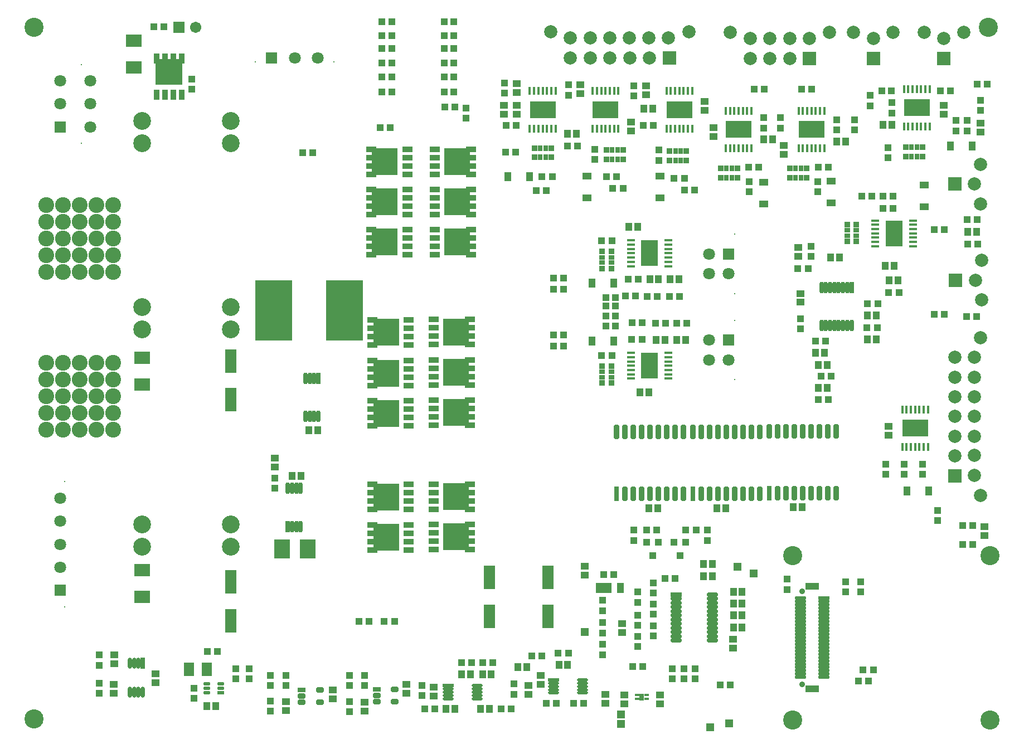
<source format=gts>
G04*
G04 #@! TF.GenerationSoftware,Altium Limited,Altium Designer,19.1.7 (138)*
G04*
G04 Layer_Color=8388736*
%FSLAX25Y25*%
%MOIN*%
G70*
G01*
G75*
%ADD24R,0.05158X0.01772*%
%ADD27R,0.01772X0.05158*%
%ADD64R,0.04143X0.04537*%
%ADD65R,0.04147X0.04147*%
%ADD66R,0.06902X0.14383*%
%ADD67R,0.04737X0.04737*%
%ADD68R,0.04537X0.04143*%
%ADD69R,0.04147X0.04147*%
%ADD70R,0.03950X0.03950*%
%ADD71R,0.10433X0.15748*%
G04:AMPARAMS|DCode=72|XSize=31.62mil|YSize=86.74mil|CornerRadius=9.91mil|HoleSize=0mil|Usage=FLASHONLY|Rotation=0.000|XOffset=0mil|YOffset=0mil|HoleType=Round|Shape=RoundedRectangle|*
%AMROUNDEDRECTD72*
21,1,0.03162,0.06693,0,0,0.0*
21,1,0.01181,0.08674,0,0,0.0*
1,1,0.01981,0.00591,-0.03347*
1,1,0.01981,-0.00591,-0.03347*
1,1,0.01981,-0.00591,0.03347*
1,1,0.01981,0.00591,0.03347*
%
%ADD72ROUNDEDRECTD72*%
%ADD73R,0.03162X0.08674*%
%ADD74R,0.15748X0.10433*%
%ADD75R,0.04383X0.05603*%
%ADD76R,0.05603X0.04383*%
%ADD77R,0.03320X0.03556*%
%ADD78R,0.02769X0.03556*%
%ADD79R,0.03556X0.03320*%
%ADD80R,0.03556X0.02769*%
%ADD81R,0.07887X0.03950*%
%ADD82R,0.07099X0.01981*%
%ADD83O,0.07099X0.01981*%
G04:AMPARAMS|DCode=84|XSize=25.72mil|YSize=67.06mil|CornerRadius=8.43mil|HoleSize=0mil|Usage=FLASHONLY|Rotation=180.000|XOffset=0mil|YOffset=0mil|HoleType=Round|Shape=RoundedRectangle|*
%AMROUNDEDRECTD84*
21,1,0.02572,0.05020,0,0,180.0*
21,1,0.00886,0.06706,0,0,180.0*
1,1,0.01686,-0.00443,0.02510*
1,1,0.01686,0.00443,0.02510*
1,1,0.01686,0.00443,-0.02510*
1,1,0.01686,-0.00443,-0.02510*
%
%ADD84ROUNDEDRECTD84*%
%ADD85R,0.02572X0.06706*%
%ADD86R,0.16194X0.15564*%
%ADD87R,0.03202X0.06391*%
%ADD88O,0.06509X0.01981*%
%ADD89R,0.06509X0.01981*%
%ADD90R,0.02769X0.04186*%
%ADD91R,0.02769X0.01784*%
%ADD92R,0.04737X0.03162*%
G04:AMPARAMS|DCode=93|XSize=31.62mil|YSize=47.37mil|CornerRadius=9.91mil|HoleSize=0mil|Usage=FLASHONLY|Rotation=90.000|XOffset=0mil|YOffset=0mil|HoleType=Round|Shape=RoundedRectangle|*
%AMROUNDEDRECTD93*
21,1,0.03162,0.02756,0,0,90.0*
21,1,0.01181,0.04737,0,0,90.0*
1,1,0.01981,0.01378,0.00591*
1,1,0.01981,0.01378,-0.00591*
1,1,0.01981,-0.01378,-0.00591*
1,1,0.01981,-0.01378,0.00591*
%
%ADD93ROUNDEDRECTD93*%
G04:AMPARAMS|DCode=94|XSize=19.81mil|YSize=41.47mil|CornerRadius=6.95mil|HoleSize=0mil|Usage=FLASHONLY|Rotation=90.000|XOffset=0mil|YOffset=0mil|HoleType=Round|Shape=RoundedRectangle|*
%AMROUNDEDRECTD94*
21,1,0.01981,0.02756,0,0,90.0*
21,1,0.00591,0.04147,0,0,90.0*
1,1,0.01391,0.01378,0.00295*
1,1,0.01391,0.01378,-0.00295*
1,1,0.01391,-0.01378,-0.00295*
1,1,0.01391,-0.01378,0.00295*
%
%ADD94ROUNDEDRECTD94*%
%ADD95R,0.04147X0.01981*%
%ADD96R,0.06312X0.07887*%
%ADD97R,0.09300X0.07800*%
G04:AMPARAMS|DCode=98|XSize=67.06mil|YSize=25.72mil|CornerRadius=8.43mil|HoleSize=0mil|Usage=FLASHONLY|Rotation=270.000|XOffset=0mil|YOffset=0mil|HoleType=Round|Shape=RoundedRectangle|*
%AMROUNDEDRECTD98*
21,1,0.06706,0.00886,0,0,270.0*
21,1,0.05020,0.02572,0,0,270.0*
1,1,0.01686,-0.00443,-0.02510*
1,1,0.01686,-0.00443,0.02510*
1,1,0.01686,0.00443,0.02510*
1,1,0.01686,0.00443,-0.02510*
%
%ADD98ROUNDEDRECTD98*%
%ADD99R,0.02572X0.06706*%
%ADD100R,0.15564X0.16194*%
%ADD101R,0.06391X0.03202*%
%ADD102R,0.09461X0.06312*%
%ADD103R,0.04343X0.06312*%
%ADD104R,0.03950X0.04343*%
G04:AMPARAMS|DCode=105|XSize=25.72mil|YSize=65.09mil|CornerRadius=8.43mil|HoleSize=0mil|Usage=FLASHONLY|Rotation=90.000|XOffset=0mil|YOffset=0mil|HoleType=Round|Shape=RoundedRectangle|*
%AMROUNDEDRECTD105*
21,1,0.02572,0.04823,0,0,90.0*
21,1,0.00886,0.06509,0,0,90.0*
1,1,0.01686,0.02411,0.00443*
1,1,0.01686,0.02411,-0.00443*
1,1,0.01686,-0.02411,-0.00443*
1,1,0.01686,-0.02411,0.00443*
%
%ADD105ROUNDEDRECTD105*%
%ADD106R,0.06509X0.02572*%
%ADD107R,0.09265X0.11824*%
%ADD108O,0.02572X0.06509*%
%ADD109R,0.02572X0.06509*%
%ADD110R,0.22257X0.36233*%
%ADD111R,0.07887X0.07887*%
%ADD112C,0.07887*%
%ADD113C,0.00800*%
%ADD114C,0.07099*%
%ADD115R,0.07099X0.07099*%
%ADD116C,0.06706*%
%ADD117R,0.06706X0.06706*%
%ADD118C,0.11430*%
%ADD119C,0.09461*%
%ADD120R,0.07099X0.07099*%
%ADD121R,0.07887X0.07887*%
%ADD122C,0.03556*%
%ADD123C,0.10642*%
D24*
X366732Y295866D02*
D03*
Y293307D02*
D03*
Y290748D02*
D03*
Y288189D02*
D03*
Y285630D02*
D03*
Y283071D02*
D03*
Y280512D02*
D03*
X389173D02*
D03*
Y283071D02*
D03*
Y285630D02*
D03*
Y288189D02*
D03*
Y290748D02*
D03*
Y293307D02*
D03*
Y295866D02*
D03*
Y228543D02*
D03*
Y225984D02*
D03*
Y223425D02*
D03*
Y220866D02*
D03*
Y218307D02*
D03*
Y215748D02*
D03*
Y213189D02*
D03*
X366732D02*
D03*
Y215748D02*
D03*
Y218307D02*
D03*
Y220866D02*
D03*
Y223425D02*
D03*
Y225984D02*
D03*
Y228543D02*
D03*
X535391Y307759D02*
D03*
Y305200D02*
D03*
Y302641D02*
D03*
Y300082D02*
D03*
Y297523D02*
D03*
Y294964D02*
D03*
Y292405D02*
D03*
X512950D02*
D03*
Y294964D02*
D03*
Y297523D02*
D03*
Y300082D02*
D03*
Y302641D02*
D03*
Y305200D02*
D03*
Y307759D02*
D03*
D27*
X423540Y373425D02*
D03*
X426099D02*
D03*
X428658D02*
D03*
X431217D02*
D03*
X433777D02*
D03*
X436336D02*
D03*
X438895D02*
D03*
Y350984D02*
D03*
X436336D02*
D03*
X433777D02*
D03*
X431217D02*
D03*
X428658D02*
D03*
X426099D02*
D03*
X423540D02*
D03*
X467126Y373425D02*
D03*
X469685D02*
D03*
X472244D02*
D03*
X474803D02*
D03*
X477362D02*
D03*
X479921D02*
D03*
X482480D02*
D03*
Y350984D02*
D03*
X479921D02*
D03*
X477362D02*
D03*
X474803D02*
D03*
X472244D02*
D03*
X469685D02*
D03*
X467126D02*
D03*
X306381Y385236D02*
D03*
X308940D02*
D03*
X311499D02*
D03*
X314058D02*
D03*
X316617D02*
D03*
X319176D02*
D03*
X321735D02*
D03*
Y362795D02*
D03*
X319176D02*
D03*
X316617D02*
D03*
X314058D02*
D03*
X311499D02*
D03*
X308940D02*
D03*
X306381D02*
D03*
X344013Y385236D02*
D03*
X346572D02*
D03*
X349131D02*
D03*
X351690D02*
D03*
X354249D02*
D03*
X356808D02*
D03*
X359367D02*
D03*
Y362795D02*
D03*
X356808D02*
D03*
X354249D02*
D03*
X351690D02*
D03*
X349131D02*
D03*
X346572D02*
D03*
X344013D02*
D03*
X388107Y385236D02*
D03*
X390666D02*
D03*
X393225D02*
D03*
X395784D02*
D03*
X398343D02*
D03*
X400903D02*
D03*
X403462D02*
D03*
Y362795D02*
D03*
X400903D02*
D03*
X398343D02*
D03*
X395784D02*
D03*
X393225D02*
D03*
X390666D02*
D03*
X388107D02*
D03*
X530135Y386417D02*
D03*
X532694D02*
D03*
X535253D02*
D03*
X537812D02*
D03*
X540371D02*
D03*
X542930D02*
D03*
X545489D02*
D03*
Y363976D02*
D03*
X542930D02*
D03*
X540371D02*
D03*
X537812D02*
D03*
X535253D02*
D03*
X532694D02*
D03*
X530135D02*
D03*
X529060Y172350D02*
D03*
X531619D02*
D03*
X534178D02*
D03*
X536737D02*
D03*
X539296D02*
D03*
X541855D02*
D03*
X544414D02*
D03*
Y194791D02*
D03*
X541855D02*
D03*
X539296D02*
D03*
X536737D02*
D03*
X534178D02*
D03*
X531619D02*
D03*
X529060D02*
D03*
D64*
X365453Y303937D02*
D03*
X370768D02*
D03*
X469193Y136221D02*
D03*
X463878D02*
D03*
X518996Y280709D02*
D03*
X524311D02*
D03*
X526673Y272047D02*
D03*
X521358D02*
D03*
X372146Y205118D02*
D03*
X377461D02*
D03*
X568209Y301181D02*
D03*
X573524D02*
D03*
X517520Y364941D02*
D03*
X522835D02*
D03*
X495177Y355101D02*
D03*
X489862D02*
D03*
X451460Y356282D02*
D03*
X446145D02*
D03*
X379823Y374803D02*
D03*
X374508D02*
D03*
X328839Y359842D02*
D03*
X334154D02*
D03*
X381988Y236221D02*
D03*
X387303D02*
D03*
X399508D02*
D03*
X394193D02*
D03*
X395571Y272835D02*
D03*
X390256D02*
D03*
X378051D02*
D03*
X383366D02*
D03*
X418209Y135827D02*
D03*
X423524D02*
D03*
X382972D02*
D03*
X377658D02*
D03*
X513681Y250951D02*
D03*
X508366D02*
D03*
X513681Y236794D02*
D03*
X508366D02*
D03*
X478839Y221507D02*
D03*
X484154D02*
D03*
X478839Y207694D02*
D03*
X484154D02*
D03*
X477264Y228610D02*
D03*
X482579D02*
D03*
X491388Y285679D02*
D03*
X486073D02*
D03*
X299311Y40551D02*
D03*
X304626D02*
D03*
X329035Y42126D02*
D03*
X323721D02*
D03*
X282292Y15641D02*
D03*
X276977D02*
D03*
X256074Y15686D02*
D03*
X261389D02*
D03*
X278051Y36220D02*
D03*
X283366D02*
D03*
X265453D02*
D03*
X270768D02*
D03*
X174114Y182283D02*
D03*
X179429D02*
D03*
X433366Y71536D02*
D03*
X428051D02*
D03*
X433366Y64190D02*
D03*
X428051D02*
D03*
X433366Y78640D02*
D03*
X428051D02*
D03*
X433366Y85743D02*
D03*
X428051D02*
D03*
X410335Y102212D02*
D03*
X415650D02*
D03*
X164272Y155043D02*
D03*
X169587D02*
D03*
X118602Y17520D02*
D03*
X113287D02*
D03*
X410335Y95108D02*
D03*
X415650D02*
D03*
D65*
X87505Y423622D02*
D03*
X81403D02*
D03*
X573721Y389370D02*
D03*
X579823D02*
D03*
X170571Y348425D02*
D03*
X176673D02*
D03*
X225394Y68110D02*
D03*
X219291D02*
D03*
X210236D02*
D03*
X204134D02*
D03*
X222835Y363386D02*
D03*
X216732D02*
D03*
X426378Y29921D02*
D03*
X420276D02*
D03*
X565059Y114173D02*
D03*
X571161D02*
D03*
X520965Y264567D02*
D03*
X527067D02*
D03*
X567421Y250394D02*
D03*
X573524D02*
D03*
X568209Y293701D02*
D03*
X574311D02*
D03*
X573917Y308498D02*
D03*
X567815D02*
D03*
X223917Y418504D02*
D03*
X217815D02*
D03*
X224016Y426811D02*
D03*
X217913D02*
D03*
X374114Y364567D02*
D03*
X380217D02*
D03*
X223819Y410669D02*
D03*
X217717D02*
D03*
X223819Y401968D02*
D03*
X217717D02*
D03*
X334941Y352362D02*
D03*
X328839D02*
D03*
X223819Y393701D02*
D03*
X217717D02*
D03*
X223917Y384646D02*
D03*
X217815D02*
D03*
X394193Y246457D02*
D03*
X400295D02*
D03*
X387680D02*
D03*
X381578D02*
D03*
X326673Y232677D02*
D03*
X320571D02*
D03*
X326673Y239387D02*
D03*
X320571D02*
D03*
X326673Y273245D02*
D03*
X320571D02*
D03*
X389862Y262205D02*
D03*
X395965D02*
D03*
X382579D02*
D03*
X376476D02*
D03*
X326673Y266535D02*
D03*
X320571D02*
D03*
X298327Y364567D02*
D03*
X292224D02*
D03*
X316339Y325590D02*
D03*
X310236D02*
D03*
X356004Y327165D02*
D03*
X362106D02*
D03*
X398917Y325984D02*
D03*
X405020D02*
D03*
X392618Y333071D02*
D03*
X398721D02*
D03*
X352067Y334055D02*
D03*
X358169D02*
D03*
X313664D02*
D03*
X319767D02*
D03*
X291831Y348819D02*
D03*
X297933D02*
D03*
X508366Y257857D02*
D03*
X514468D02*
D03*
X507972Y243701D02*
D03*
X514075D02*
D03*
X511811Y38993D02*
D03*
X505709D02*
D03*
X508957Y32283D02*
D03*
X502854D02*
D03*
X486516Y214600D02*
D03*
X480413D02*
D03*
X504806Y322441D02*
D03*
X510909D02*
D03*
X517421Y322441D02*
D03*
X523524D02*
D03*
Y314961D02*
D03*
X517421D02*
D03*
X484941Y200787D02*
D03*
X478839D02*
D03*
X483366Y235827D02*
D03*
X477264D02*
D03*
X478839Y339788D02*
D03*
X484941D02*
D03*
X349311Y227165D02*
D03*
X355413D02*
D03*
X437106Y339764D02*
D03*
X443209D02*
D03*
X349311Y295703D02*
D03*
X355413D02*
D03*
X472736Y279134D02*
D03*
X466634D02*
D03*
X371161Y272835D02*
D03*
X365059D02*
D03*
X363525Y262598D02*
D03*
X369627D02*
D03*
X373425Y236614D02*
D03*
X367323D02*
D03*
X367421Y246850D02*
D03*
X373524D02*
D03*
X307579Y47458D02*
D03*
X313681D02*
D03*
X316240Y18898D02*
D03*
X322342D02*
D03*
X332382D02*
D03*
X338484D02*
D03*
X323327Y49033D02*
D03*
X329429D02*
D03*
X289182Y15641D02*
D03*
X295284D02*
D03*
X243406Y15748D02*
D03*
X249508D02*
D03*
X284154Y43307D02*
D03*
X278051D02*
D03*
X271538D02*
D03*
X265436D02*
D03*
X350492Y95912D02*
D03*
X356594D02*
D03*
X382185Y122684D02*
D03*
X376083D02*
D03*
X399688D02*
D03*
X405790D02*
D03*
X393209Y93550D02*
D03*
X387106D02*
D03*
X367717Y40945D02*
D03*
X373819D02*
D03*
X113484Y50000D02*
D03*
X119587D02*
D03*
D66*
X127559Y223819D02*
D03*
Y200590D02*
D03*
X317109Y71063D02*
D03*
Y94291D02*
D03*
X282053Y71063D02*
D03*
Y94291D02*
D03*
X127559Y68307D02*
D03*
Y91535D02*
D03*
D67*
X414173Y4724D02*
D03*
X425591Y7087D02*
D03*
X430709Y100787D02*
D03*
X440158Y96850D02*
D03*
X339370Y61811D02*
D03*
X361024Y6739D02*
D03*
Y12477D02*
D03*
D68*
X520866Y184547D02*
D03*
Y179232D02*
D03*
X578346Y124705D02*
D03*
Y119390D02*
D03*
X468110Y264173D02*
D03*
Y258858D02*
D03*
X553789Y371358D02*
D03*
Y376673D02*
D03*
X575984Y360728D02*
D03*
Y366043D02*
D03*
X458268Y347342D02*
D03*
Y352658D02*
D03*
X416142Y357972D02*
D03*
Y363287D02*
D03*
X411024Y379035D02*
D03*
Y373721D02*
D03*
X375984Y388484D02*
D03*
Y383169D02*
D03*
X366912Y361221D02*
D03*
Y366535D02*
D03*
X336614Y388878D02*
D03*
Y383563D02*
D03*
X298425Y384350D02*
D03*
Y389665D02*
D03*
X290945Y376673D02*
D03*
Y371358D02*
D03*
X313009Y35728D02*
D03*
Y30413D02*
D03*
X466929Y286319D02*
D03*
Y291634D02*
D03*
X305512Y24508D02*
D03*
Y29823D02*
D03*
X351575Y18996D02*
D03*
Y24311D02*
D03*
X248819Y23327D02*
D03*
Y28642D02*
D03*
X384252Y23917D02*
D03*
Y18602D02*
D03*
X362992D02*
D03*
Y23917D02*
D03*
X188386Y26870D02*
D03*
Y21555D02*
D03*
X339370Y101083D02*
D03*
Y95768D02*
D03*
X82480Y31398D02*
D03*
Y36713D02*
D03*
X427953Y57382D02*
D03*
Y52067D02*
D03*
X361417Y66680D02*
D03*
Y61365D02*
D03*
X207480Y14272D02*
D03*
Y19587D02*
D03*
X153937Y165650D02*
D03*
Y160335D02*
D03*
X232711Y24902D02*
D03*
Y30217D02*
D03*
X160630Y14665D02*
D03*
Y19980D02*
D03*
X57497Y30413D02*
D03*
Y25098D02*
D03*
X57776Y42717D02*
D03*
Y48031D02*
D03*
X298425Y376673D02*
D03*
Y371358D02*
D03*
D69*
X268110Y368996D02*
D03*
Y375098D02*
D03*
X468110Y249114D02*
D03*
Y243012D02*
D03*
X509842Y382579D02*
D03*
Y376476D02*
D03*
X575984Y373721D02*
D03*
Y379823D02*
D03*
X522933Y372126D02*
D03*
Y378228D02*
D03*
X500640Y368012D02*
D03*
Y361910D02*
D03*
X489764Y361926D02*
D03*
Y368028D02*
D03*
X368504Y382382D02*
D03*
Y388484D02*
D03*
X329528Y382776D02*
D03*
Y388878D02*
D03*
X291339Y390076D02*
D03*
Y383973D02*
D03*
X446097Y369210D02*
D03*
Y363107D02*
D03*
X456299Y369193D02*
D03*
Y363090D02*
D03*
X383465Y343799D02*
D03*
Y349902D02*
D03*
X345276Y344193D02*
D03*
Y350295D02*
D03*
X561237Y367601D02*
D03*
Y361499D02*
D03*
X567947Y361516D02*
D03*
Y367618D02*
D03*
X520472Y345374D02*
D03*
Y351476D02*
D03*
X550123Y134326D02*
D03*
Y128223D02*
D03*
X504331Y91634D02*
D03*
Y85532D02*
D03*
X495276Y91634D02*
D03*
Y85532D02*
D03*
X460236Y93209D02*
D03*
Y87106D02*
D03*
X530315Y156004D02*
D03*
Y162106D02*
D03*
X519291Y156004D02*
D03*
Y162106D02*
D03*
X478527Y331004D02*
D03*
Y324902D02*
D03*
X437402Y331004D02*
D03*
Y324902D02*
D03*
X474409Y286319D02*
D03*
Y292421D02*
D03*
X412598Y122586D02*
D03*
Y116483D02*
D03*
X104331Y386319D02*
D03*
Y392421D02*
D03*
X541339Y162106D02*
D03*
Y156004D02*
D03*
X296850Y24508D02*
D03*
Y30610D02*
D03*
X241732Y29724D02*
D03*
Y23622D02*
D03*
X160630Y29626D02*
D03*
Y35728D02*
D03*
X151181D02*
D03*
Y29626D02*
D03*
X138583Y33563D02*
D03*
Y39665D02*
D03*
X130709D02*
D03*
Y33563D02*
D03*
X105709Y21949D02*
D03*
Y28051D02*
D03*
X153943Y147720D02*
D03*
Y153822D02*
D03*
X368504Y122586D02*
D03*
Y116483D02*
D03*
X391699Y33708D02*
D03*
Y39810D02*
D03*
X398409Y33708D02*
D03*
Y39810D02*
D03*
X405118Y33708D02*
D03*
Y39810D02*
D03*
X198425Y29626D02*
D03*
Y35728D02*
D03*
X207480D02*
D03*
Y29626D02*
D03*
X198425Y19980D02*
D03*
Y13878D02*
D03*
X151181Y20374D02*
D03*
Y14272D02*
D03*
X48819Y31004D02*
D03*
Y24902D02*
D03*
Y41831D02*
D03*
Y47933D02*
D03*
X380315Y59397D02*
D03*
Y65499D02*
D03*
Y72372D02*
D03*
Y78474D02*
D03*
Y84987D02*
D03*
Y91090D02*
D03*
X370866Y79509D02*
D03*
Y85611D02*
D03*
Y65696D02*
D03*
Y71798D02*
D03*
Y53081D02*
D03*
Y59183D02*
D03*
X350000Y74508D02*
D03*
Y80610D02*
D03*
Y61122D02*
D03*
Y67224D02*
D03*
Y48130D02*
D03*
Y54232D02*
D03*
D70*
X261417Y375590D02*
D03*
X255512D02*
D03*
X565354Y125197D02*
D03*
X571260D02*
D03*
X554134Y251575D02*
D03*
X548228D02*
D03*
X554134Y302402D02*
D03*
X548228D02*
D03*
X557874Y385472D02*
D03*
X551968D02*
D03*
X516732Y385394D02*
D03*
X522638D02*
D03*
X474803Y386221D02*
D03*
X468898D02*
D03*
X446457D02*
D03*
X440551D02*
D03*
X255118Y418504D02*
D03*
X261024D02*
D03*
X255118Y426772D02*
D03*
X261024D02*
D03*
X255118Y410630D02*
D03*
X261024D02*
D03*
X255118Y401929D02*
D03*
X261024D02*
D03*
X255118Y384646D02*
D03*
X261024D02*
D03*
X351772Y250748D02*
D03*
X357677D02*
D03*
X351772Y244785D02*
D03*
X357677D02*
D03*
X351772Y261772D02*
D03*
X357677D02*
D03*
X351772Y256596D02*
D03*
X357677D02*
D03*
X255118Y393701D02*
D03*
X261024D02*
D03*
D71*
X377953Y288189D02*
D03*
Y220866D02*
D03*
X524170Y300082D02*
D03*
D72*
X438912Y144488D02*
D03*
X433912D02*
D03*
X428912D02*
D03*
X423912D02*
D03*
X418912D02*
D03*
X413912D02*
D03*
X408912D02*
D03*
X403912Y181496D02*
D03*
X408912D02*
D03*
X413912D02*
D03*
X418912D02*
D03*
X423912D02*
D03*
X428912D02*
D03*
X433912D02*
D03*
X438912D02*
D03*
X443912Y144488D02*
D03*
Y181496D02*
D03*
X489606Y181617D02*
D03*
Y144610D02*
D03*
X484606Y181617D02*
D03*
X479606D02*
D03*
X474606D02*
D03*
X469606D02*
D03*
X464606D02*
D03*
X459606D02*
D03*
X454606D02*
D03*
X449606D02*
D03*
X454606Y144610D02*
D03*
X459606D02*
D03*
X464606D02*
D03*
X469606D02*
D03*
X474606D02*
D03*
X479606D02*
D03*
X484606D02*
D03*
X398218Y181496D02*
D03*
Y144488D02*
D03*
X393218Y181496D02*
D03*
X388218D02*
D03*
X383219D02*
D03*
X378219D02*
D03*
X373218D02*
D03*
X368218D02*
D03*
X363218D02*
D03*
X358219D02*
D03*
X363218Y144488D02*
D03*
X368218D02*
D03*
X373218D02*
D03*
X378219D02*
D03*
X383219D02*
D03*
X388218D02*
D03*
X393218D02*
D03*
D73*
X403912D02*
D03*
X449606Y144610D02*
D03*
X358219Y144488D02*
D03*
D74*
X431217Y362205D02*
D03*
X474803D02*
D03*
X314058Y374016D02*
D03*
X351690D02*
D03*
X395784D02*
D03*
X537812Y375197D02*
D03*
X536737Y183571D02*
D03*
D75*
X557953Y352362D02*
D03*
X570866D02*
D03*
X293344Y333858D02*
D03*
X306258D02*
D03*
X356614Y270472D02*
D03*
X343701D02*
D03*
X356614Y235827D02*
D03*
X343701D02*
D03*
X532013Y146169D02*
D03*
X544926D02*
D03*
D76*
X384252Y321339D02*
D03*
Y334252D02*
D03*
X340551Y321339D02*
D03*
Y334252D02*
D03*
X542126Y329055D02*
D03*
Y316142D02*
D03*
X486614Y331417D02*
D03*
Y318504D02*
D03*
X446063Y317771D02*
D03*
Y330684D02*
D03*
D77*
X400036Y349213D02*
D03*
X389958D02*
D03*
X400036Y343701D02*
D03*
X389958D02*
D03*
X362205Y350000D02*
D03*
X352126D02*
D03*
X362205Y344488D02*
D03*
X352126D02*
D03*
X319213Y351181D02*
D03*
X309134D02*
D03*
X319213Y345669D02*
D03*
X309134D02*
D03*
X541260Y351575D02*
D03*
X531181D02*
D03*
X541260Y346063D02*
D03*
X531181D02*
D03*
X471969Y338976D02*
D03*
X461890D02*
D03*
X471969Y333465D02*
D03*
X461890D02*
D03*
X430630Y338976D02*
D03*
X420551D02*
D03*
X430630Y333465D02*
D03*
X420551D02*
D03*
D78*
X396572Y349213D02*
D03*
X393422D02*
D03*
X396572Y343701D02*
D03*
X393422D02*
D03*
X358740Y350000D02*
D03*
X355591D02*
D03*
X358740Y344488D02*
D03*
X355591D02*
D03*
X315748Y351181D02*
D03*
X312598D02*
D03*
X315748Y345669D02*
D03*
X312598D02*
D03*
X537795Y351575D02*
D03*
X534646D02*
D03*
X537795Y346063D02*
D03*
X534646D02*
D03*
X468504Y338976D02*
D03*
X465354D02*
D03*
X468504Y333465D02*
D03*
X465354D02*
D03*
X427165Y338976D02*
D03*
X424016D02*
D03*
X427165Y333465D02*
D03*
X424016D02*
D03*
D79*
X501575Y295354D02*
D03*
Y305433D02*
D03*
X496063Y295354D02*
D03*
Y305433D02*
D03*
X355118Y279131D02*
D03*
Y289210D02*
D03*
X349606Y279131D02*
D03*
Y289210D02*
D03*
X355118Y210594D02*
D03*
Y220672D02*
D03*
X349606Y210594D02*
D03*
Y220672D02*
D03*
D80*
X501575Y298819D02*
D03*
Y301969D02*
D03*
X496063Y298819D02*
D03*
Y301969D02*
D03*
X355118Y282595D02*
D03*
Y285745D02*
D03*
X349606Y282595D02*
D03*
Y285745D02*
D03*
X355118Y214058D02*
D03*
Y217208D02*
D03*
X349606Y214058D02*
D03*
Y217208D02*
D03*
D81*
X475197Y27559D02*
D03*
Y88976D02*
D03*
D82*
X482283Y81890D02*
D03*
D83*
Y79921D02*
D03*
Y77953D02*
D03*
Y75984D02*
D03*
Y74016D02*
D03*
Y72047D02*
D03*
Y70079D02*
D03*
Y68110D02*
D03*
Y66142D02*
D03*
Y64173D02*
D03*
Y62205D02*
D03*
Y60236D02*
D03*
Y58268D02*
D03*
Y56299D02*
D03*
Y54331D02*
D03*
Y52362D02*
D03*
Y50394D02*
D03*
Y48425D02*
D03*
Y46457D02*
D03*
Y44488D02*
D03*
Y42520D02*
D03*
Y40551D02*
D03*
Y38583D02*
D03*
Y36614D02*
D03*
Y34646D02*
D03*
X468110D02*
D03*
Y36614D02*
D03*
Y38583D02*
D03*
Y40551D02*
D03*
Y42520D02*
D03*
Y44488D02*
D03*
Y46457D02*
D03*
Y48425D02*
D03*
Y50394D02*
D03*
Y52362D02*
D03*
Y54331D02*
D03*
Y56299D02*
D03*
Y58268D02*
D03*
Y60236D02*
D03*
Y62205D02*
D03*
Y64173D02*
D03*
Y66142D02*
D03*
Y68110D02*
D03*
Y70079D02*
D03*
Y72047D02*
D03*
Y74016D02*
D03*
Y75984D02*
D03*
Y77953D02*
D03*
Y79921D02*
D03*
Y81890D02*
D03*
D84*
X491043Y267717D02*
D03*
X496161D02*
D03*
X483366D02*
D03*
X480807D02*
D03*
X493602D02*
D03*
X485925D02*
D03*
X488484D02*
D03*
X498721Y244882D02*
D03*
X496161D02*
D03*
X493602D02*
D03*
X491043D02*
D03*
X488484D02*
D03*
X485925D02*
D03*
X483366D02*
D03*
X480807D02*
D03*
D85*
X498721Y267717D02*
D03*
D86*
X90630Y396556D02*
D03*
D87*
X83130Y404765D02*
D03*
X88130D02*
D03*
X93130D02*
D03*
X98130D02*
D03*
Y383151D02*
D03*
X93130D02*
D03*
X88130D02*
D03*
X83130D02*
D03*
D88*
X337795Y25197D02*
D03*
Y27165D02*
D03*
Y29134D02*
D03*
Y31102D02*
D03*
Y33071D02*
D03*
X320472Y25197D02*
D03*
Y27165D02*
D03*
Y29134D02*
D03*
Y31102D02*
D03*
X274812Y21760D02*
D03*
Y23729D02*
D03*
Y25697D02*
D03*
Y27666D02*
D03*
Y29634D02*
D03*
X257489Y21760D02*
D03*
Y23729D02*
D03*
Y25697D02*
D03*
Y27666D02*
D03*
D89*
X320472Y33071D02*
D03*
X257489Y29634D02*
D03*
D90*
X373343Y22835D02*
D03*
D91*
X376198Y24016D02*
D03*
Y21654D02*
D03*
X370529D02*
D03*
Y24016D02*
D03*
D92*
X169980Y27165D02*
D03*
X214879Y27461D02*
D03*
D93*
X169980Y23425D02*
D03*
Y19685D02*
D03*
X180807D02*
D03*
Y27165D02*
D03*
X225706Y27461D02*
D03*
Y19980D02*
D03*
X214879D02*
D03*
Y23720D02*
D03*
D94*
X121629Y30635D02*
D03*
Y28076D02*
D03*
X113361Y30635D02*
D03*
Y28076D02*
D03*
Y25517D02*
D03*
D95*
X121629D02*
D03*
D96*
X102461Y39370D02*
D03*
X113287D02*
D03*
D97*
X69685Y399213D02*
D03*
Y415213D02*
D03*
X74410Y225590D02*
D03*
Y209591D02*
D03*
Y82677D02*
D03*
Y98677D02*
D03*
D98*
X172244Y190551D02*
D03*
X174803D02*
D03*
X177362D02*
D03*
X179921D02*
D03*
X172244Y213386D02*
D03*
X174803D02*
D03*
X177362D02*
D03*
X164173Y124803D02*
D03*
X166732D02*
D03*
X169291D02*
D03*
X161614Y147638D02*
D03*
X164173D02*
D03*
X166732D02*
D03*
X169291D02*
D03*
D99*
X179921Y213386D02*
D03*
X161614Y124803D02*
D03*
D100*
X219685Y342913D02*
D03*
X262992D02*
D03*
X262281Y118534D02*
D03*
X262253Y142550D02*
D03*
X220501Y118279D02*
D03*
X220472Y142520D02*
D03*
X262311Y241083D02*
D03*
X219685Y318898D02*
D03*
Y294912D02*
D03*
X262992Y294882D02*
D03*
Y318898D02*
D03*
X220530Y216505D02*
D03*
Y240945D02*
D03*
X220424Y192520D02*
D03*
X262311Y216929D02*
D03*
Y192913D02*
D03*
D101*
X211476Y335413D02*
D03*
Y340413D02*
D03*
Y345413D02*
D03*
Y350413D02*
D03*
X233090D02*
D03*
Y345413D02*
D03*
Y340413D02*
D03*
Y335413D02*
D03*
X271201Y350413D02*
D03*
Y345413D02*
D03*
Y340413D02*
D03*
Y335413D02*
D03*
X249587D02*
D03*
Y340413D02*
D03*
Y345413D02*
D03*
Y350413D02*
D03*
X270490Y126034D02*
D03*
Y121034D02*
D03*
Y116034D02*
D03*
Y111034D02*
D03*
X248876D02*
D03*
Y116034D02*
D03*
Y121034D02*
D03*
Y126034D02*
D03*
X270462Y150050D02*
D03*
Y145050D02*
D03*
Y140050D02*
D03*
Y135050D02*
D03*
X248847D02*
D03*
Y140050D02*
D03*
Y145050D02*
D03*
Y150050D02*
D03*
X212292Y110778D02*
D03*
Y115779D02*
D03*
Y120779D02*
D03*
Y125778D02*
D03*
X233907D02*
D03*
Y120779D02*
D03*
Y115779D02*
D03*
Y110778D02*
D03*
X212264Y135020D02*
D03*
Y140020D02*
D03*
Y145020D02*
D03*
Y150020D02*
D03*
X233878D02*
D03*
Y145020D02*
D03*
Y140020D02*
D03*
Y135020D02*
D03*
X270519Y248583D02*
D03*
Y243583D02*
D03*
Y238583D02*
D03*
Y233583D02*
D03*
X248905D02*
D03*
Y238583D02*
D03*
Y243583D02*
D03*
Y248583D02*
D03*
X233090Y311398D02*
D03*
Y316398D02*
D03*
Y321398D02*
D03*
Y326398D02*
D03*
X211476D02*
D03*
Y321398D02*
D03*
Y316398D02*
D03*
Y311398D02*
D03*
X233090Y287412D02*
D03*
Y292412D02*
D03*
Y297412D02*
D03*
Y302412D02*
D03*
X211476D02*
D03*
Y297412D02*
D03*
Y292412D02*
D03*
Y287412D02*
D03*
X249587Y302382D02*
D03*
Y297382D02*
D03*
Y292382D02*
D03*
Y287382D02*
D03*
X271201D02*
D03*
Y292382D02*
D03*
Y297382D02*
D03*
Y302382D02*
D03*
X249587Y326398D02*
D03*
Y321398D02*
D03*
Y316398D02*
D03*
Y311398D02*
D03*
X271201D02*
D03*
Y316398D02*
D03*
Y321398D02*
D03*
Y326398D02*
D03*
X233936Y209005D02*
D03*
Y214005D02*
D03*
Y219005D02*
D03*
Y224005D02*
D03*
X212322D02*
D03*
Y219005D02*
D03*
Y214005D02*
D03*
Y209005D02*
D03*
X233936Y233445D02*
D03*
Y238445D02*
D03*
Y243445D02*
D03*
Y248445D02*
D03*
X212322D02*
D03*
Y243445D02*
D03*
Y238445D02*
D03*
Y233445D02*
D03*
X233830Y185020D02*
D03*
Y190020D02*
D03*
Y195020D02*
D03*
Y200020D02*
D03*
X212215D02*
D03*
Y195020D02*
D03*
Y190020D02*
D03*
Y185020D02*
D03*
X248905Y224429D02*
D03*
Y219429D02*
D03*
Y214429D02*
D03*
Y209429D02*
D03*
X270519D02*
D03*
Y214429D02*
D03*
Y219429D02*
D03*
Y224429D02*
D03*
X248905Y200413D02*
D03*
Y195413D02*
D03*
Y190413D02*
D03*
Y185413D02*
D03*
X270519D02*
D03*
Y190413D02*
D03*
Y195413D02*
D03*
Y200413D02*
D03*
D102*
X350591Y88038D02*
D03*
D103*
X360630D02*
D03*
D104*
X383349Y115204D02*
D03*
X376263D02*
D03*
X379806Y107330D02*
D03*
X399606Y115204D02*
D03*
X392520D02*
D03*
X396063Y107330D02*
D03*
D105*
X415453Y56555D02*
D03*
Y59055D02*
D03*
Y61555D02*
D03*
Y64055D02*
D03*
Y66555D02*
D03*
Y69055D02*
D03*
Y71555D02*
D03*
Y74055D02*
D03*
Y76555D02*
D03*
Y79055D02*
D03*
Y81555D02*
D03*
Y84055D02*
D03*
X393996Y56555D02*
D03*
Y59055D02*
D03*
Y61555D02*
D03*
Y64055D02*
D03*
Y66555D02*
D03*
Y69055D02*
D03*
Y71555D02*
D03*
Y74055D02*
D03*
Y76555D02*
D03*
Y79055D02*
D03*
Y81555D02*
D03*
D106*
Y84055D02*
D03*
D107*
X158071Y111417D02*
D03*
X173425D02*
D03*
D108*
X67224Y25787D02*
D03*
X69784D02*
D03*
X72343D02*
D03*
X74902D02*
D03*
X67224Y43110D02*
D03*
X69784D02*
D03*
X72343D02*
D03*
D109*
X74902D02*
D03*
D110*
X153173Y253862D02*
D03*
X195692D02*
D03*
D111*
X553937Y404740D02*
D03*
X511811D02*
D03*
X389764Y405135D02*
D03*
X473622Y404741D02*
D03*
D112*
X553937Y416551D02*
D03*
X542126Y420252D02*
D03*
X565748D02*
D03*
X511811Y416551D02*
D03*
X500000Y420252D02*
D03*
X523622D02*
D03*
X330709Y416946D02*
D03*
X342520D02*
D03*
X401575Y420647D02*
D03*
X318898D02*
D03*
X377953Y405135D02*
D03*
X366142D02*
D03*
X354331D02*
D03*
X330709D02*
D03*
X389370Y416946D02*
D03*
X377559D02*
D03*
X365748D02*
D03*
X342520Y405135D02*
D03*
X354331Y416946D02*
D03*
X438189Y416552D02*
D03*
X450000D02*
D03*
X461811D02*
D03*
X473622D02*
D03*
X438189Y404741D02*
D03*
X450000D02*
D03*
X461811D02*
D03*
X426378Y420253D02*
D03*
X485433D02*
D03*
X572284Y225984D02*
D03*
Y214173D02*
D03*
Y178740D02*
D03*
X560472Y202362D02*
D03*
X572284Y167323D02*
D03*
Y155512D02*
D03*
X560472Y225984D02*
D03*
Y214173D02*
D03*
Y190551D02*
D03*
Y178740D02*
D03*
Y166929D02*
D03*
X575984Y237795D02*
D03*
Y143307D02*
D03*
X572284Y190551D02*
D03*
Y202362D02*
D03*
X572835Y272047D02*
D03*
X576535Y283858D02*
D03*
Y260236D02*
D03*
X572284Y329528D02*
D03*
X575984Y341339D02*
D03*
Y317717D02*
D03*
D113*
X38110Y401181D02*
D03*
Y353937D02*
D03*
X28071Y151575D02*
D03*
Y76772D02*
D03*
X189370Y402654D02*
D03*
X142126D02*
D03*
X428898Y299606D02*
D03*
X428898Y264173D02*
D03*
X428898Y248031D02*
D03*
X428898Y212598D02*
D03*
D114*
X43701Y363779D02*
D03*
Y377559D02*
D03*
Y391339D02*
D03*
X25591D02*
D03*
Y377559D02*
D03*
Y141732D02*
D03*
Y127953D02*
D03*
Y114173D02*
D03*
Y100394D02*
D03*
X179528Y405134D02*
D03*
X165748D02*
D03*
X425197Y275984D02*
D03*
X413386D02*
D03*
Y287795D02*
D03*
X425197Y224410D02*
D03*
X413386D02*
D03*
Y236221D02*
D03*
D115*
X25591Y363779D02*
D03*
Y86614D02*
D03*
X425197Y287795D02*
D03*
Y236221D02*
D03*
D116*
X106546Y423228D02*
D03*
D117*
X96546D02*
D03*
D118*
X580709D02*
D03*
X9843D02*
D03*
Y9843D02*
D03*
X581496Y9055D02*
D03*
X463386D02*
D03*
X581496Y107480D02*
D03*
X463386D02*
D03*
D119*
X47087Y182598D02*
D03*
X37087D02*
D03*
X27087D02*
D03*
X17087D02*
D03*
X47087Y192598D02*
D03*
X37087D02*
D03*
X27087D02*
D03*
X17087D02*
D03*
X47087Y202598D02*
D03*
X37087D02*
D03*
X27087D02*
D03*
X17087D02*
D03*
X47087Y222598D02*
D03*
X37087D02*
D03*
X27087D02*
D03*
X17087D02*
D03*
X57087Y182598D02*
D03*
Y192598D02*
D03*
Y202598D02*
D03*
Y222598D02*
D03*
X17087Y212598D02*
D03*
X27087D02*
D03*
X37087D02*
D03*
X57087D02*
D03*
X47087D02*
D03*
Y277087D02*
D03*
X37087D02*
D03*
X27087D02*
D03*
X17087D02*
D03*
X47087Y287087D02*
D03*
X37087D02*
D03*
X27087D02*
D03*
X17087D02*
D03*
X47087Y297087D02*
D03*
X37087D02*
D03*
X27087D02*
D03*
X17087D02*
D03*
X47087Y317087D02*
D03*
X37087D02*
D03*
X27087D02*
D03*
X17087D02*
D03*
X57087Y277087D02*
D03*
Y287087D02*
D03*
Y297087D02*
D03*
Y317087D02*
D03*
X17087Y307087D02*
D03*
X27087D02*
D03*
X37087D02*
D03*
X57087D02*
D03*
X47087D02*
D03*
D120*
X151969Y405134D02*
D03*
D121*
X560472Y155118D02*
D03*
X561024Y272047D02*
D03*
X560472Y329528D02*
D03*
D122*
X469291Y30512D02*
D03*
Y86024D02*
D03*
D123*
X127441Y353937D02*
D03*
X74410D02*
D03*
X127441Y367323D02*
D03*
X74410D02*
D03*
X127441Y112598D02*
D03*
X74410D02*
D03*
X127441Y125984D02*
D03*
X74410D02*
D03*
X127441Y242525D02*
D03*
X74410D02*
D03*
X127441Y255910D02*
D03*
X74410D02*
D03*
M02*

</source>
